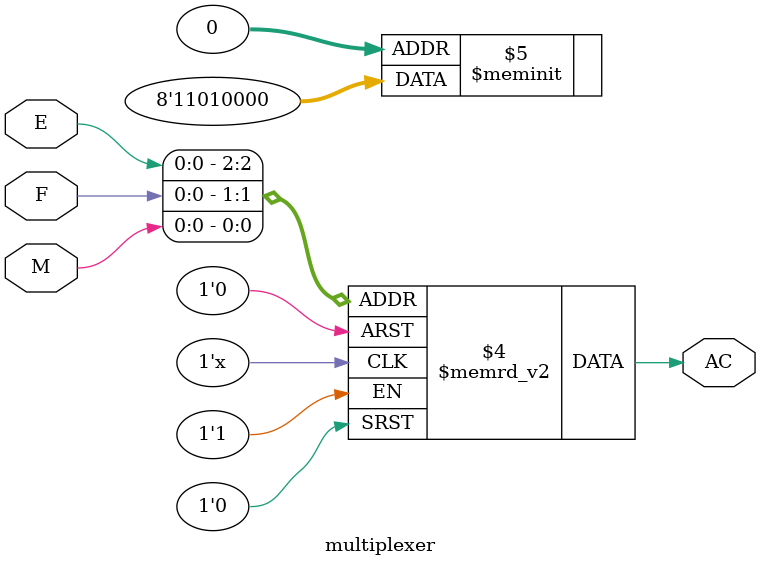
<source format=v>



// Generated by Quartus Prime Version 21.1 (Build Build 850 06/23/2022)
// Created on Tue Sep 20 08:48:07 2022

//  Module Declaration
module multiplexer
(
// {{ALTERA_ARGS_BEGIN}} DO NOT REMOVE THIS LINE!
E, F, M, AC
// {{ALTERA_ARGS_END}} DO NOT REMOVE THIS LINE!
);
// Port Declaration

// {{ALTERA_IO_BEGIN}} DO NOT REMOVE THIS LINE!
input E;
input F;
input M;
output AC;
// {{ALTERA_IO_END}} DO NOT REMOVE THIS LINE!
reg AC;
always @(E or F or M)
begin
	case({E,F,M})
		3'b000: AC= 'b0;
		3'b001: AC= 'b0;
		3'b010: AC= 'b0;
		3'b011: AC= 'b0;
		3'b100: AC= 'b1;
		3'b101: AC= 'b0;
		3'b110: AC= 'b1;
		3'b111: AC= 'b1;
	endcase
	end


endmodule

</source>
